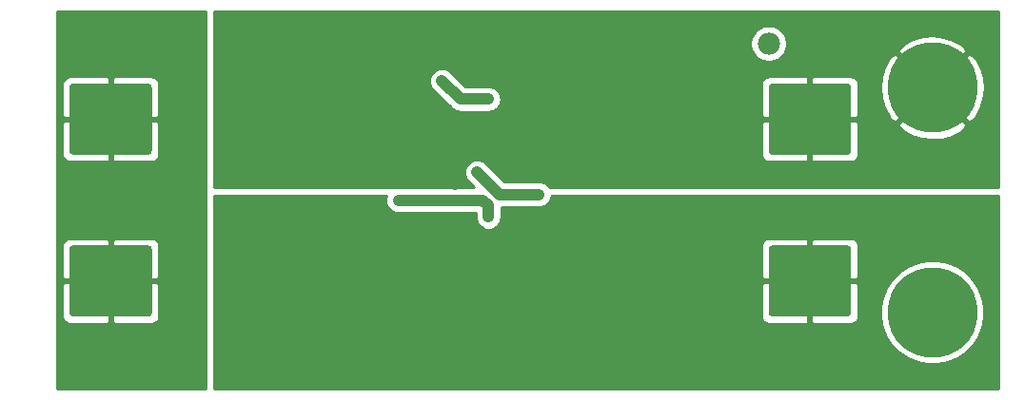
<source format=gbr>
G04 #@! TF.GenerationSoftware,KiCad,Pcbnew,5.1.6+dfsg1-1*
G04 #@! TF.CreationDate,2020-07-15T23:43:31+02:00*
G04 #@! TF.ProjectId,continuity,636f6e74-696e-4756-9974-792e6b696361,rev?*
G04 #@! TF.SameCoordinates,Original*
G04 #@! TF.FileFunction,Copper,L2,Bot*
G04 #@! TF.FilePolarity,Positive*
%FSLAX46Y46*%
G04 Gerber Fmt 4.6, Leading zero omitted, Abs format (unit mm)*
G04 Created by KiCad (PCBNEW 5.1.6+dfsg1-1) date 2020-07-15 23:43:31*
%MOMM*%
%LPD*%
G01*
G04 APERTURE LIST*
G04 #@! TA.AperFunction,ComponentPad*
%ADD10C,0.900000*%
G04 #@! TD*
G04 #@! TA.AperFunction,ComponentPad*
%ADD11C,8.000000*%
G04 #@! TD*
G04 #@! TA.AperFunction,ComponentPad*
%ADD12C,1.980000*%
G04 #@! TD*
G04 #@! TA.AperFunction,ViaPad*
%ADD13C,1.200000*%
G04 #@! TD*
G04 #@! TA.AperFunction,ViaPad*
%ADD14C,0.800000*%
G04 #@! TD*
G04 #@! TA.AperFunction,Conductor*
%ADD15C,1.000000*%
G04 #@! TD*
G04 #@! TA.AperFunction,Conductor*
%ADD16C,0.254000*%
G04 #@! TD*
G04 APERTURE END LIST*
D10*
X155621320Y-70378680D03*
X153500000Y-69500000D03*
X151378680Y-70378680D03*
X150500000Y-72500000D03*
X151378680Y-74621320D03*
X153500000Y-75500000D03*
X155621320Y-74621320D03*
X156500000Y-72500000D03*
D11*
X153500000Y-72500000D03*
D10*
X155621320Y-90378680D03*
X153500000Y-89500000D03*
X151378680Y-90378680D03*
X150500000Y-92500000D03*
X151378680Y-94621320D03*
X153500000Y-95500000D03*
X155621320Y-94621320D03*
X156500000Y-92500000D03*
D11*
X153500000Y-92500000D03*
G04 #@! TA.AperFunction,SMDPad,CuDef*
G36*
G01*
X84065000Y-72432500D02*
X84065000Y-78147500D01*
G75*
G02*
X83747500Y-78465000I-317500J0D01*
G01*
X77042500Y-78465000D01*
G75*
G02*
X76725000Y-78147500I0J317500D01*
G01*
X76725000Y-72432500D01*
G75*
G02*
X77042500Y-72115000I317500J0D01*
G01*
X83747500Y-72115000D01*
G75*
G02*
X84065000Y-72432500I0J-317500D01*
G01*
G37*
G04 #@! TD.AperFunction*
G04 #@! TA.AperFunction,SMDPad,CuDef*
G36*
G01*
X84065000Y-86852500D02*
X84065000Y-92567500D01*
G75*
G02*
X83747500Y-92885000I-317500J0D01*
G01*
X77042500Y-92885000D01*
G75*
G02*
X76725000Y-92567500I0J317500D01*
G01*
X76725000Y-86852500D01*
G75*
G02*
X77042500Y-86535000I317500J0D01*
G01*
X83747500Y-86535000D01*
G75*
G02*
X84065000Y-86852500I0J-317500D01*
G01*
G37*
G04 #@! TD.AperFunction*
G04 #@! TA.AperFunction,SMDPad,CuDef*
G36*
G01*
X146275000Y-72432500D02*
X146275000Y-78147500D01*
G75*
G02*
X145957500Y-78465000I-317500J0D01*
G01*
X139252500Y-78465000D01*
G75*
G02*
X138935000Y-78147500I0J317500D01*
G01*
X138935000Y-72432500D01*
G75*
G02*
X139252500Y-72115000I317500J0D01*
G01*
X145957500Y-72115000D01*
G75*
G02*
X146275000Y-72432500I0J-317500D01*
G01*
G37*
G04 #@! TD.AperFunction*
D12*
X138935000Y-68560000D03*
G04 #@! TA.AperFunction,SMDPad,CuDef*
G36*
G01*
X146275000Y-86852500D02*
X146275000Y-92567500D01*
G75*
G02*
X145957500Y-92885000I-317500J0D01*
G01*
X139252500Y-92885000D01*
G75*
G02*
X138935000Y-92567500I0J317500D01*
G01*
X138935000Y-86852500D01*
G75*
G02*
X139252500Y-86535000I317500J0D01*
G01*
X145957500Y-86535000D01*
G75*
G02*
X146275000Y-86852500I0J-317500D01*
G01*
G37*
G04 #@! TD.AperFunction*
D13*
X111000000Y-81000000D03*
X110000000Y-78000000D03*
X104500000Y-71000000D03*
X122500000Y-70500000D03*
X119000000Y-70000000D03*
X106200000Y-80200004D03*
X118000000Y-77500000D03*
D14*
X118500000Y-82000000D03*
X113000000Y-80000000D03*
X114000000Y-84000000D03*
X106000000Y-82500000D03*
X114000000Y-73500000D03*
X109875000Y-71875000D03*
D13*
X106500000Y-92500000D03*
X113000000Y-95500000D03*
X148000000Y-86500000D03*
X137500000Y-84000000D03*
D15*
X117500000Y-72500000D02*
X117500000Y-71500000D01*
X115000000Y-82000000D02*
X113000000Y-80000000D01*
X118500000Y-82000000D02*
X115000000Y-82000000D01*
X113500000Y-82500000D02*
X106000000Y-82500000D01*
X114000000Y-83000000D02*
X113500000Y-82500000D01*
X114000000Y-84000000D02*
X114000000Y-83000000D01*
X111500000Y-73500000D02*
X109875000Y-71875000D01*
X114000000Y-73500000D02*
X111500000Y-73500000D01*
D16*
G36*
X104881423Y-82277501D02*
G01*
X104859509Y-82500000D01*
X104881423Y-82722499D01*
X104946324Y-82936447D01*
X105051716Y-83133623D01*
X105193551Y-83306449D01*
X105366377Y-83448284D01*
X105563553Y-83553676D01*
X105777501Y-83618577D01*
X105944248Y-83635000D01*
X112865000Y-83635000D01*
X112865000Y-84055751D01*
X112881423Y-84222498D01*
X112946324Y-84436446D01*
X113051716Y-84633623D01*
X113193551Y-84806449D01*
X113366377Y-84948284D01*
X113563553Y-85053676D01*
X113777501Y-85118577D01*
X114000000Y-85140491D01*
X114222498Y-85118577D01*
X114436446Y-85053676D01*
X114633623Y-84948284D01*
X114806449Y-84806449D01*
X114948284Y-84633623D01*
X115053676Y-84436447D01*
X115118577Y-84222499D01*
X115135000Y-84055752D01*
X115135000Y-83135000D01*
X118555752Y-83135000D01*
X118722499Y-83118577D01*
X118936447Y-83053676D01*
X119133623Y-82948284D01*
X119306449Y-82806449D01*
X119448284Y-82633623D01*
X119553676Y-82436447D01*
X119618577Y-82222499D01*
X119627983Y-82127000D01*
X159340001Y-82127000D01*
X159340000Y-99340000D01*
X89627000Y-99340000D01*
X89627000Y-92885000D01*
X138296928Y-92885000D01*
X138309188Y-93009482D01*
X138345498Y-93129180D01*
X138404463Y-93239494D01*
X138483815Y-93336185D01*
X138580506Y-93415537D01*
X138690820Y-93474502D01*
X138810518Y-93510812D01*
X138935000Y-93523072D01*
X142319250Y-93520000D01*
X142478000Y-93361250D01*
X142478000Y-89837000D01*
X142732000Y-89837000D01*
X142732000Y-93361250D01*
X142890750Y-93520000D01*
X146275000Y-93523072D01*
X146399482Y-93510812D01*
X146519180Y-93474502D01*
X146629494Y-93415537D01*
X146726185Y-93336185D01*
X146805537Y-93239494D01*
X146864502Y-93129180D01*
X146900812Y-93009482D01*
X146913072Y-92885000D01*
X146912178Y-92043492D01*
X148865000Y-92043492D01*
X148865000Y-92956508D01*
X149043120Y-93851980D01*
X149392516Y-94695496D01*
X149899760Y-95454640D01*
X150545360Y-96100240D01*
X151304504Y-96607484D01*
X152148020Y-96956880D01*
X153043492Y-97135000D01*
X153956508Y-97135000D01*
X154851980Y-96956880D01*
X155695496Y-96607484D01*
X156454640Y-96100240D01*
X157100240Y-95454640D01*
X157607484Y-94695496D01*
X157956880Y-93851980D01*
X158135000Y-92956508D01*
X158135000Y-92043492D01*
X157956880Y-91148020D01*
X157607484Y-90304504D01*
X157100240Y-89545360D01*
X156454640Y-88899760D01*
X155695496Y-88392516D01*
X154851980Y-88043120D01*
X153956508Y-87865000D01*
X153043492Y-87865000D01*
X152148020Y-88043120D01*
X151304504Y-88392516D01*
X150545360Y-88899760D01*
X149899760Y-89545360D01*
X149392516Y-90304504D01*
X149043120Y-91148020D01*
X148865000Y-92043492D01*
X146912178Y-92043492D01*
X146910000Y-89995750D01*
X146751250Y-89837000D01*
X142732000Y-89837000D01*
X142478000Y-89837000D01*
X138458750Y-89837000D01*
X138300000Y-89995750D01*
X138296928Y-92885000D01*
X89627000Y-92885000D01*
X89627000Y-86535000D01*
X138296928Y-86535000D01*
X138300000Y-89424250D01*
X138458750Y-89583000D01*
X142478000Y-89583000D01*
X142478000Y-86058750D01*
X142732000Y-86058750D01*
X142732000Y-89583000D01*
X146751250Y-89583000D01*
X146910000Y-89424250D01*
X146913072Y-86535000D01*
X146900812Y-86410518D01*
X146864502Y-86290820D01*
X146805537Y-86180506D01*
X146726185Y-86083815D01*
X146629494Y-86004463D01*
X146519180Y-85945498D01*
X146399482Y-85909188D01*
X146275000Y-85896928D01*
X142890750Y-85900000D01*
X142732000Y-86058750D01*
X142478000Y-86058750D01*
X142319250Y-85900000D01*
X138935000Y-85896928D01*
X138810518Y-85909188D01*
X138690820Y-85945498D01*
X138580506Y-86004463D01*
X138483815Y-86083815D01*
X138404463Y-86180506D01*
X138345498Y-86290820D01*
X138309188Y-86410518D01*
X138296928Y-86535000D01*
X89627000Y-86535000D01*
X89627000Y-82127000D01*
X104927077Y-82127000D01*
X104881423Y-82277501D01*
G37*
X104881423Y-82277501D02*
X104859509Y-82500000D01*
X104881423Y-82722499D01*
X104946324Y-82936447D01*
X105051716Y-83133623D01*
X105193551Y-83306449D01*
X105366377Y-83448284D01*
X105563553Y-83553676D01*
X105777501Y-83618577D01*
X105944248Y-83635000D01*
X112865000Y-83635000D01*
X112865000Y-84055751D01*
X112881423Y-84222498D01*
X112946324Y-84436446D01*
X113051716Y-84633623D01*
X113193551Y-84806449D01*
X113366377Y-84948284D01*
X113563553Y-85053676D01*
X113777501Y-85118577D01*
X114000000Y-85140491D01*
X114222498Y-85118577D01*
X114436446Y-85053676D01*
X114633623Y-84948284D01*
X114806449Y-84806449D01*
X114948284Y-84633623D01*
X115053676Y-84436447D01*
X115118577Y-84222499D01*
X115135000Y-84055752D01*
X115135000Y-83135000D01*
X118555752Y-83135000D01*
X118722499Y-83118577D01*
X118936447Y-83053676D01*
X119133623Y-82948284D01*
X119306449Y-82806449D01*
X119448284Y-82633623D01*
X119553676Y-82436447D01*
X119618577Y-82222499D01*
X119627983Y-82127000D01*
X159340001Y-82127000D01*
X159340000Y-99340000D01*
X89627000Y-99340000D01*
X89627000Y-92885000D01*
X138296928Y-92885000D01*
X138309188Y-93009482D01*
X138345498Y-93129180D01*
X138404463Y-93239494D01*
X138483815Y-93336185D01*
X138580506Y-93415537D01*
X138690820Y-93474502D01*
X138810518Y-93510812D01*
X138935000Y-93523072D01*
X142319250Y-93520000D01*
X142478000Y-93361250D01*
X142478000Y-89837000D01*
X142732000Y-89837000D01*
X142732000Y-93361250D01*
X142890750Y-93520000D01*
X146275000Y-93523072D01*
X146399482Y-93510812D01*
X146519180Y-93474502D01*
X146629494Y-93415537D01*
X146726185Y-93336185D01*
X146805537Y-93239494D01*
X146864502Y-93129180D01*
X146900812Y-93009482D01*
X146913072Y-92885000D01*
X146912178Y-92043492D01*
X148865000Y-92043492D01*
X148865000Y-92956508D01*
X149043120Y-93851980D01*
X149392516Y-94695496D01*
X149899760Y-95454640D01*
X150545360Y-96100240D01*
X151304504Y-96607484D01*
X152148020Y-96956880D01*
X153043492Y-97135000D01*
X153956508Y-97135000D01*
X154851980Y-96956880D01*
X155695496Y-96607484D01*
X156454640Y-96100240D01*
X157100240Y-95454640D01*
X157607484Y-94695496D01*
X157956880Y-93851980D01*
X158135000Y-92956508D01*
X158135000Y-92043492D01*
X157956880Y-91148020D01*
X157607484Y-90304504D01*
X157100240Y-89545360D01*
X156454640Y-88899760D01*
X155695496Y-88392516D01*
X154851980Y-88043120D01*
X153956508Y-87865000D01*
X153043492Y-87865000D01*
X152148020Y-88043120D01*
X151304504Y-88392516D01*
X150545360Y-88899760D01*
X149899760Y-89545360D01*
X149392516Y-90304504D01*
X149043120Y-91148020D01*
X148865000Y-92043492D01*
X146912178Y-92043492D01*
X146910000Y-89995750D01*
X146751250Y-89837000D01*
X142732000Y-89837000D01*
X142478000Y-89837000D01*
X138458750Y-89837000D01*
X138300000Y-89995750D01*
X138296928Y-92885000D01*
X89627000Y-92885000D01*
X89627000Y-86535000D01*
X138296928Y-86535000D01*
X138300000Y-89424250D01*
X138458750Y-89583000D01*
X142478000Y-89583000D01*
X142478000Y-86058750D01*
X142732000Y-86058750D01*
X142732000Y-89583000D01*
X146751250Y-89583000D01*
X146910000Y-89424250D01*
X146913072Y-86535000D01*
X146900812Y-86410518D01*
X146864502Y-86290820D01*
X146805537Y-86180506D01*
X146726185Y-86083815D01*
X146629494Y-86004463D01*
X146519180Y-85945498D01*
X146399482Y-85909188D01*
X146275000Y-85896928D01*
X142890750Y-85900000D01*
X142732000Y-86058750D01*
X142478000Y-86058750D01*
X142319250Y-85900000D01*
X138935000Y-85896928D01*
X138810518Y-85909188D01*
X138690820Y-85945498D01*
X138580506Y-86004463D01*
X138483815Y-86083815D01*
X138404463Y-86180506D01*
X138345498Y-86290820D01*
X138309188Y-86410518D01*
X138296928Y-86535000D01*
X89627000Y-86535000D01*
X89627000Y-82127000D01*
X104927077Y-82127000D01*
X104881423Y-82277501D01*
G36*
X159340001Y-81373000D02*
G01*
X119451824Y-81373000D01*
X119448284Y-81366377D01*
X119306449Y-81193551D01*
X119133623Y-81051716D01*
X118936447Y-80946324D01*
X118722499Y-80881423D01*
X118555752Y-80865000D01*
X115470132Y-80865000D01*
X113763143Y-79158012D01*
X113633622Y-79051717D01*
X113436446Y-78946324D01*
X113222498Y-78881423D01*
X113000000Y-78859509D01*
X112777502Y-78881423D01*
X112563554Y-78946324D01*
X112366378Y-79051717D01*
X112193552Y-79193552D01*
X112051717Y-79366378D01*
X111946324Y-79563554D01*
X111881423Y-79777502D01*
X111859509Y-80000000D01*
X111881423Y-80222498D01*
X111946324Y-80436446D01*
X112051717Y-80633622D01*
X112158012Y-80763143D01*
X112759869Y-81365000D01*
X105944248Y-81365000D01*
X105863022Y-81373000D01*
X89627000Y-81373000D01*
X89627000Y-78465000D01*
X138296928Y-78465000D01*
X138309188Y-78589482D01*
X138345498Y-78709180D01*
X138404463Y-78819494D01*
X138483815Y-78916185D01*
X138580506Y-78995537D01*
X138690820Y-79054502D01*
X138810518Y-79090812D01*
X138935000Y-79103072D01*
X142319250Y-79100000D01*
X142478000Y-78941250D01*
X142478000Y-75417000D01*
X142732000Y-75417000D01*
X142732000Y-78941250D01*
X142890750Y-79100000D01*
X146275000Y-79103072D01*
X146399482Y-79090812D01*
X146519180Y-79054502D01*
X146629494Y-78995537D01*
X146726185Y-78916185D01*
X146805537Y-78819494D01*
X146864502Y-78709180D01*
X146900812Y-78589482D01*
X146913072Y-78465000D01*
X146910207Y-75769580D01*
X150410025Y-75769580D01*
X150866197Y-76341185D01*
X151666183Y-76781207D01*
X152536641Y-77056704D01*
X153444121Y-77157091D01*
X154353748Y-77078508D01*
X155230566Y-76823975D01*
X156040879Y-76403275D01*
X156133803Y-76341185D01*
X156589975Y-75769580D01*
X153500000Y-72679605D01*
X150410025Y-75769580D01*
X146910207Y-75769580D01*
X146910000Y-75575750D01*
X146751250Y-75417000D01*
X142732000Y-75417000D01*
X142478000Y-75417000D01*
X138458750Y-75417000D01*
X138300000Y-75575750D01*
X138296928Y-78465000D01*
X89627000Y-78465000D01*
X89627000Y-71875000D01*
X108734509Y-71875000D01*
X108756423Y-72097498D01*
X108821324Y-72311446D01*
X108926717Y-72508622D01*
X109033012Y-72638143D01*
X110658009Y-74263140D01*
X110693551Y-74306449D01*
X110866377Y-74448284D01*
X111055413Y-74549325D01*
X111063553Y-74553676D01*
X111277501Y-74618577D01*
X111499999Y-74640491D01*
X111555751Y-74635000D01*
X114055752Y-74635000D01*
X114222499Y-74618577D01*
X114436447Y-74553676D01*
X114633623Y-74448284D01*
X114806449Y-74306449D01*
X114948284Y-74133623D01*
X115053676Y-73936447D01*
X115118577Y-73722499D01*
X115140491Y-73500000D01*
X115118577Y-73277501D01*
X115053676Y-73063553D01*
X114948284Y-72866377D01*
X114806449Y-72693551D01*
X114633623Y-72551716D01*
X114436447Y-72446324D01*
X114222499Y-72381423D01*
X114055752Y-72365000D01*
X111970132Y-72365000D01*
X111720132Y-72115000D01*
X138296928Y-72115000D01*
X138300000Y-75004250D01*
X138458750Y-75163000D01*
X142478000Y-75163000D01*
X142478000Y-71638750D01*
X142732000Y-71638750D01*
X142732000Y-75163000D01*
X146751250Y-75163000D01*
X146910000Y-75004250D01*
X146912722Y-72444121D01*
X148842909Y-72444121D01*
X148921492Y-73353748D01*
X149176025Y-74230566D01*
X149596725Y-75040879D01*
X149658815Y-75133803D01*
X150230420Y-75589975D01*
X153320395Y-72500000D01*
X153679605Y-72500000D01*
X156769580Y-75589975D01*
X157341185Y-75133803D01*
X157781207Y-74333817D01*
X158056704Y-73463359D01*
X158157091Y-72555879D01*
X158078508Y-71646252D01*
X157823975Y-70769434D01*
X157403275Y-69959121D01*
X157341185Y-69866197D01*
X156769580Y-69410025D01*
X153679605Y-72500000D01*
X153320395Y-72500000D01*
X150230420Y-69410025D01*
X149658815Y-69866197D01*
X149218793Y-70666183D01*
X148943296Y-71536641D01*
X148842909Y-72444121D01*
X146912722Y-72444121D01*
X146913072Y-72115000D01*
X146900812Y-71990518D01*
X146864502Y-71870820D01*
X146805537Y-71760506D01*
X146726185Y-71663815D01*
X146629494Y-71584463D01*
X146519180Y-71525498D01*
X146399482Y-71489188D01*
X146275000Y-71476928D01*
X142890750Y-71480000D01*
X142732000Y-71638750D01*
X142478000Y-71638750D01*
X142319250Y-71480000D01*
X138935000Y-71476928D01*
X138810518Y-71489188D01*
X138690820Y-71525498D01*
X138580506Y-71584463D01*
X138483815Y-71663815D01*
X138404463Y-71760506D01*
X138345498Y-71870820D01*
X138309188Y-71990518D01*
X138296928Y-72115000D01*
X111720132Y-72115000D01*
X110638143Y-71033012D01*
X110508622Y-70926717D01*
X110311446Y-70821324D01*
X110097498Y-70756423D01*
X109875000Y-70734509D01*
X109652502Y-70756423D01*
X109438554Y-70821324D01*
X109241378Y-70926717D01*
X109068552Y-71068552D01*
X108926717Y-71241378D01*
X108821324Y-71438554D01*
X108756423Y-71652502D01*
X108734509Y-71875000D01*
X89627000Y-71875000D01*
X89627000Y-68399951D01*
X137310000Y-68399951D01*
X137310000Y-68720049D01*
X137372448Y-69033995D01*
X137494943Y-69329726D01*
X137672780Y-69595877D01*
X137899123Y-69822220D01*
X138165274Y-70000057D01*
X138461005Y-70122552D01*
X138774951Y-70185000D01*
X139095049Y-70185000D01*
X139408995Y-70122552D01*
X139704726Y-70000057D01*
X139970877Y-69822220D01*
X140197220Y-69595877D01*
X140375057Y-69329726D01*
X140416190Y-69230420D01*
X150410025Y-69230420D01*
X153500000Y-72320395D01*
X156589975Y-69230420D01*
X156133803Y-68658815D01*
X155333817Y-68218793D01*
X154463359Y-67943296D01*
X153555879Y-67842909D01*
X152646252Y-67921492D01*
X151769434Y-68176025D01*
X150959121Y-68596725D01*
X150866197Y-68658815D01*
X150410025Y-69230420D01*
X140416190Y-69230420D01*
X140497552Y-69033995D01*
X140560000Y-68720049D01*
X140560000Y-68399951D01*
X140497552Y-68086005D01*
X140375057Y-67790274D01*
X140197220Y-67524123D01*
X139970877Y-67297780D01*
X139704726Y-67119943D01*
X139408995Y-66997448D01*
X139095049Y-66935000D01*
X138774951Y-66935000D01*
X138461005Y-66997448D01*
X138165274Y-67119943D01*
X137899123Y-67297780D01*
X137672780Y-67524123D01*
X137494943Y-67790274D01*
X137372448Y-68086005D01*
X137310000Y-68399951D01*
X89627000Y-68399951D01*
X89627000Y-65660000D01*
X159340001Y-65660000D01*
X159340001Y-81373000D01*
G37*
X159340001Y-81373000D02*
X119451824Y-81373000D01*
X119448284Y-81366377D01*
X119306449Y-81193551D01*
X119133623Y-81051716D01*
X118936447Y-80946324D01*
X118722499Y-80881423D01*
X118555752Y-80865000D01*
X115470132Y-80865000D01*
X113763143Y-79158012D01*
X113633622Y-79051717D01*
X113436446Y-78946324D01*
X113222498Y-78881423D01*
X113000000Y-78859509D01*
X112777502Y-78881423D01*
X112563554Y-78946324D01*
X112366378Y-79051717D01*
X112193552Y-79193552D01*
X112051717Y-79366378D01*
X111946324Y-79563554D01*
X111881423Y-79777502D01*
X111859509Y-80000000D01*
X111881423Y-80222498D01*
X111946324Y-80436446D01*
X112051717Y-80633622D01*
X112158012Y-80763143D01*
X112759869Y-81365000D01*
X105944248Y-81365000D01*
X105863022Y-81373000D01*
X89627000Y-81373000D01*
X89627000Y-78465000D01*
X138296928Y-78465000D01*
X138309188Y-78589482D01*
X138345498Y-78709180D01*
X138404463Y-78819494D01*
X138483815Y-78916185D01*
X138580506Y-78995537D01*
X138690820Y-79054502D01*
X138810518Y-79090812D01*
X138935000Y-79103072D01*
X142319250Y-79100000D01*
X142478000Y-78941250D01*
X142478000Y-75417000D01*
X142732000Y-75417000D01*
X142732000Y-78941250D01*
X142890750Y-79100000D01*
X146275000Y-79103072D01*
X146399482Y-79090812D01*
X146519180Y-79054502D01*
X146629494Y-78995537D01*
X146726185Y-78916185D01*
X146805537Y-78819494D01*
X146864502Y-78709180D01*
X146900812Y-78589482D01*
X146913072Y-78465000D01*
X146910207Y-75769580D01*
X150410025Y-75769580D01*
X150866197Y-76341185D01*
X151666183Y-76781207D01*
X152536641Y-77056704D01*
X153444121Y-77157091D01*
X154353748Y-77078508D01*
X155230566Y-76823975D01*
X156040879Y-76403275D01*
X156133803Y-76341185D01*
X156589975Y-75769580D01*
X153500000Y-72679605D01*
X150410025Y-75769580D01*
X146910207Y-75769580D01*
X146910000Y-75575750D01*
X146751250Y-75417000D01*
X142732000Y-75417000D01*
X142478000Y-75417000D01*
X138458750Y-75417000D01*
X138300000Y-75575750D01*
X138296928Y-78465000D01*
X89627000Y-78465000D01*
X89627000Y-71875000D01*
X108734509Y-71875000D01*
X108756423Y-72097498D01*
X108821324Y-72311446D01*
X108926717Y-72508622D01*
X109033012Y-72638143D01*
X110658009Y-74263140D01*
X110693551Y-74306449D01*
X110866377Y-74448284D01*
X111055413Y-74549325D01*
X111063553Y-74553676D01*
X111277501Y-74618577D01*
X111499999Y-74640491D01*
X111555751Y-74635000D01*
X114055752Y-74635000D01*
X114222499Y-74618577D01*
X114436447Y-74553676D01*
X114633623Y-74448284D01*
X114806449Y-74306449D01*
X114948284Y-74133623D01*
X115053676Y-73936447D01*
X115118577Y-73722499D01*
X115140491Y-73500000D01*
X115118577Y-73277501D01*
X115053676Y-73063553D01*
X114948284Y-72866377D01*
X114806449Y-72693551D01*
X114633623Y-72551716D01*
X114436447Y-72446324D01*
X114222499Y-72381423D01*
X114055752Y-72365000D01*
X111970132Y-72365000D01*
X111720132Y-72115000D01*
X138296928Y-72115000D01*
X138300000Y-75004250D01*
X138458750Y-75163000D01*
X142478000Y-75163000D01*
X142478000Y-71638750D01*
X142732000Y-71638750D01*
X142732000Y-75163000D01*
X146751250Y-75163000D01*
X146910000Y-75004250D01*
X146912722Y-72444121D01*
X148842909Y-72444121D01*
X148921492Y-73353748D01*
X149176025Y-74230566D01*
X149596725Y-75040879D01*
X149658815Y-75133803D01*
X150230420Y-75589975D01*
X153320395Y-72500000D01*
X153679605Y-72500000D01*
X156769580Y-75589975D01*
X157341185Y-75133803D01*
X157781207Y-74333817D01*
X158056704Y-73463359D01*
X158157091Y-72555879D01*
X158078508Y-71646252D01*
X157823975Y-70769434D01*
X157403275Y-69959121D01*
X157341185Y-69866197D01*
X156769580Y-69410025D01*
X153679605Y-72500000D01*
X153320395Y-72500000D01*
X150230420Y-69410025D01*
X149658815Y-69866197D01*
X149218793Y-70666183D01*
X148943296Y-71536641D01*
X148842909Y-72444121D01*
X146912722Y-72444121D01*
X146913072Y-72115000D01*
X146900812Y-71990518D01*
X146864502Y-71870820D01*
X146805537Y-71760506D01*
X146726185Y-71663815D01*
X146629494Y-71584463D01*
X146519180Y-71525498D01*
X146399482Y-71489188D01*
X146275000Y-71476928D01*
X142890750Y-71480000D01*
X142732000Y-71638750D01*
X142478000Y-71638750D01*
X142319250Y-71480000D01*
X138935000Y-71476928D01*
X138810518Y-71489188D01*
X138690820Y-71525498D01*
X138580506Y-71584463D01*
X138483815Y-71663815D01*
X138404463Y-71760506D01*
X138345498Y-71870820D01*
X138309188Y-71990518D01*
X138296928Y-72115000D01*
X111720132Y-72115000D01*
X110638143Y-71033012D01*
X110508622Y-70926717D01*
X110311446Y-70821324D01*
X110097498Y-70756423D01*
X109875000Y-70734509D01*
X109652502Y-70756423D01*
X109438554Y-70821324D01*
X109241378Y-70926717D01*
X109068552Y-71068552D01*
X108926717Y-71241378D01*
X108821324Y-71438554D01*
X108756423Y-71652502D01*
X108734509Y-71875000D01*
X89627000Y-71875000D01*
X89627000Y-68399951D01*
X137310000Y-68399951D01*
X137310000Y-68720049D01*
X137372448Y-69033995D01*
X137494943Y-69329726D01*
X137672780Y-69595877D01*
X137899123Y-69822220D01*
X138165274Y-70000057D01*
X138461005Y-70122552D01*
X138774951Y-70185000D01*
X139095049Y-70185000D01*
X139408995Y-70122552D01*
X139704726Y-70000057D01*
X139970877Y-69822220D01*
X140197220Y-69595877D01*
X140375057Y-69329726D01*
X140416190Y-69230420D01*
X150410025Y-69230420D01*
X153500000Y-72320395D01*
X156589975Y-69230420D01*
X156133803Y-68658815D01*
X155333817Y-68218793D01*
X154463359Y-67943296D01*
X153555879Y-67842909D01*
X152646252Y-67921492D01*
X151769434Y-68176025D01*
X150959121Y-68596725D01*
X150866197Y-68658815D01*
X150410025Y-69230420D01*
X140416190Y-69230420D01*
X140497552Y-69033995D01*
X140560000Y-68720049D01*
X140560000Y-68399951D01*
X140497552Y-68086005D01*
X140375057Y-67790274D01*
X140197220Y-67524123D01*
X139970877Y-67297780D01*
X139704726Y-67119943D01*
X139408995Y-66997448D01*
X139095049Y-66935000D01*
X138774951Y-66935000D01*
X138461005Y-66997448D01*
X138165274Y-67119943D01*
X137899123Y-67297780D01*
X137672780Y-67524123D01*
X137494943Y-67790274D01*
X137372448Y-68086005D01*
X137310000Y-68399951D01*
X89627000Y-68399951D01*
X89627000Y-65660000D01*
X159340001Y-65660000D01*
X159340001Y-81373000D01*
G36*
X88873000Y-99340000D02*
G01*
X75660000Y-99340000D01*
X75660000Y-92885000D01*
X76086928Y-92885000D01*
X76099188Y-93009482D01*
X76135498Y-93129180D01*
X76194463Y-93239494D01*
X76273815Y-93336185D01*
X76370506Y-93415537D01*
X76480820Y-93474502D01*
X76600518Y-93510812D01*
X76725000Y-93523072D01*
X80109250Y-93520000D01*
X80268000Y-93361250D01*
X80268000Y-89837000D01*
X80522000Y-89837000D01*
X80522000Y-93361250D01*
X80680750Y-93520000D01*
X84065000Y-93523072D01*
X84189482Y-93510812D01*
X84309180Y-93474502D01*
X84419494Y-93415537D01*
X84516185Y-93336185D01*
X84595537Y-93239494D01*
X84654502Y-93129180D01*
X84690812Y-93009482D01*
X84703072Y-92885000D01*
X84700000Y-89995750D01*
X84541250Y-89837000D01*
X80522000Y-89837000D01*
X80268000Y-89837000D01*
X76248750Y-89837000D01*
X76090000Y-89995750D01*
X76086928Y-92885000D01*
X75660000Y-92885000D01*
X75660000Y-86535000D01*
X76086928Y-86535000D01*
X76090000Y-89424250D01*
X76248750Y-89583000D01*
X80268000Y-89583000D01*
X80268000Y-86058750D01*
X80522000Y-86058750D01*
X80522000Y-89583000D01*
X84541250Y-89583000D01*
X84700000Y-89424250D01*
X84703072Y-86535000D01*
X84690812Y-86410518D01*
X84654502Y-86290820D01*
X84595537Y-86180506D01*
X84516185Y-86083815D01*
X84419494Y-86004463D01*
X84309180Y-85945498D01*
X84189482Y-85909188D01*
X84065000Y-85896928D01*
X80680750Y-85900000D01*
X80522000Y-86058750D01*
X80268000Y-86058750D01*
X80109250Y-85900000D01*
X76725000Y-85896928D01*
X76600518Y-85909188D01*
X76480820Y-85945498D01*
X76370506Y-86004463D01*
X76273815Y-86083815D01*
X76194463Y-86180506D01*
X76135498Y-86290820D01*
X76099188Y-86410518D01*
X76086928Y-86535000D01*
X75660000Y-86535000D01*
X75660000Y-78465000D01*
X76086928Y-78465000D01*
X76099188Y-78589482D01*
X76135498Y-78709180D01*
X76194463Y-78819494D01*
X76273815Y-78916185D01*
X76370506Y-78995537D01*
X76480820Y-79054502D01*
X76600518Y-79090812D01*
X76725000Y-79103072D01*
X80109250Y-79100000D01*
X80268000Y-78941250D01*
X80268000Y-75417000D01*
X80522000Y-75417000D01*
X80522000Y-78941250D01*
X80680750Y-79100000D01*
X84065000Y-79103072D01*
X84189482Y-79090812D01*
X84309180Y-79054502D01*
X84419494Y-78995537D01*
X84516185Y-78916185D01*
X84595537Y-78819494D01*
X84654502Y-78709180D01*
X84690812Y-78589482D01*
X84703072Y-78465000D01*
X84700000Y-75575750D01*
X84541250Y-75417000D01*
X80522000Y-75417000D01*
X80268000Y-75417000D01*
X76248750Y-75417000D01*
X76090000Y-75575750D01*
X76086928Y-78465000D01*
X75660000Y-78465000D01*
X75660000Y-72115000D01*
X76086928Y-72115000D01*
X76090000Y-75004250D01*
X76248750Y-75163000D01*
X80268000Y-75163000D01*
X80268000Y-71638750D01*
X80522000Y-71638750D01*
X80522000Y-75163000D01*
X84541250Y-75163000D01*
X84700000Y-75004250D01*
X84703072Y-72115000D01*
X84690812Y-71990518D01*
X84654502Y-71870820D01*
X84595537Y-71760506D01*
X84516185Y-71663815D01*
X84419494Y-71584463D01*
X84309180Y-71525498D01*
X84189482Y-71489188D01*
X84065000Y-71476928D01*
X80680750Y-71480000D01*
X80522000Y-71638750D01*
X80268000Y-71638750D01*
X80109250Y-71480000D01*
X76725000Y-71476928D01*
X76600518Y-71489188D01*
X76480820Y-71525498D01*
X76370506Y-71584463D01*
X76273815Y-71663815D01*
X76194463Y-71760506D01*
X76135498Y-71870820D01*
X76099188Y-71990518D01*
X76086928Y-72115000D01*
X75660000Y-72115000D01*
X75660000Y-65660000D01*
X88873000Y-65660000D01*
X88873000Y-99340000D01*
G37*
X88873000Y-99340000D02*
X75660000Y-99340000D01*
X75660000Y-92885000D01*
X76086928Y-92885000D01*
X76099188Y-93009482D01*
X76135498Y-93129180D01*
X76194463Y-93239494D01*
X76273815Y-93336185D01*
X76370506Y-93415537D01*
X76480820Y-93474502D01*
X76600518Y-93510812D01*
X76725000Y-93523072D01*
X80109250Y-93520000D01*
X80268000Y-93361250D01*
X80268000Y-89837000D01*
X80522000Y-89837000D01*
X80522000Y-93361250D01*
X80680750Y-93520000D01*
X84065000Y-93523072D01*
X84189482Y-93510812D01*
X84309180Y-93474502D01*
X84419494Y-93415537D01*
X84516185Y-93336185D01*
X84595537Y-93239494D01*
X84654502Y-93129180D01*
X84690812Y-93009482D01*
X84703072Y-92885000D01*
X84700000Y-89995750D01*
X84541250Y-89837000D01*
X80522000Y-89837000D01*
X80268000Y-89837000D01*
X76248750Y-89837000D01*
X76090000Y-89995750D01*
X76086928Y-92885000D01*
X75660000Y-92885000D01*
X75660000Y-86535000D01*
X76086928Y-86535000D01*
X76090000Y-89424250D01*
X76248750Y-89583000D01*
X80268000Y-89583000D01*
X80268000Y-86058750D01*
X80522000Y-86058750D01*
X80522000Y-89583000D01*
X84541250Y-89583000D01*
X84700000Y-89424250D01*
X84703072Y-86535000D01*
X84690812Y-86410518D01*
X84654502Y-86290820D01*
X84595537Y-86180506D01*
X84516185Y-86083815D01*
X84419494Y-86004463D01*
X84309180Y-85945498D01*
X84189482Y-85909188D01*
X84065000Y-85896928D01*
X80680750Y-85900000D01*
X80522000Y-86058750D01*
X80268000Y-86058750D01*
X80109250Y-85900000D01*
X76725000Y-85896928D01*
X76600518Y-85909188D01*
X76480820Y-85945498D01*
X76370506Y-86004463D01*
X76273815Y-86083815D01*
X76194463Y-86180506D01*
X76135498Y-86290820D01*
X76099188Y-86410518D01*
X76086928Y-86535000D01*
X75660000Y-86535000D01*
X75660000Y-78465000D01*
X76086928Y-78465000D01*
X76099188Y-78589482D01*
X76135498Y-78709180D01*
X76194463Y-78819494D01*
X76273815Y-78916185D01*
X76370506Y-78995537D01*
X76480820Y-79054502D01*
X76600518Y-79090812D01*
X76725000Y-79103072D01*
X80109250Y-79100000D01*
X80268000Y-78941250D01*
X80268000Y-75417000D01*
X80522000Y-75417000D01*
X80522000Y-78941250D01*
X80680750Y-79100000D01*
X84065000Y-79103072D01*
X84189482Y-79090812D01*
X84309180Y-79054502D01*
X84419494Y-78995537D01*
X84516185Y-78916185D01*
X84595537Y-78819494D01*
X84654502Y-78709180D01*
X84690812Y-78589482D01*
X84703072Y-78465000D01*
X84700000Y-75575750D01*
X84541250Y-75417000D01*
X80522000Y-75417000D01*
X80268000Y-75417000D01*
X76248750Y-75417000D01*
X76090000Y-75575750D01*
X76086928Y-78465000D01*
X75660000Y-78465000D01*
X75660000Y-72115000D01*
X76086928Y-72115000D01*
X76090000Y-75004250D01*
X76248750Y-75163000D01*
X80268000Y-75163000D01*
X80268000Y-71638750D01*
X80522000Y-71638750D01*
X80522000Y-75163000D01*
X84541250Y-75163000D01*
X84700000Y-75004250D01*
X84703072Y-72115000D01*
X84690812Y-71990518D01*
X84654502Y-71870820D01*
X84595537Y-71760506D01*
X84516185Y-71663815D01*
X84419494Y-71584463D01*
X84309180Y-71525498D01*
X84189482Y-71489188D01*
X84065000Y-71476928D01*
X80680750Y-71480000D01*
X80522000Y-71638750D01*
X80268000Y-71638750D01*
X80109250Y-71480000D01*
X76725000Y-71476928D01*
X76600518Y-71489188D01*
X76480820Y-71525498D01*
X76370506Y-71584463D01*
X76273815Y-71663815D01*
X76194463Y-71760506D01*
X76135498Y-71870820D01*
X76099188Y-71990518D01*
X76086928Y-72115000D01*
X75660000Y-72115000D01*
X75660000Y-65660000D01*
X88873000Y-65660000D01*
X88873000Y-99340000D01*
M02*

</source>
